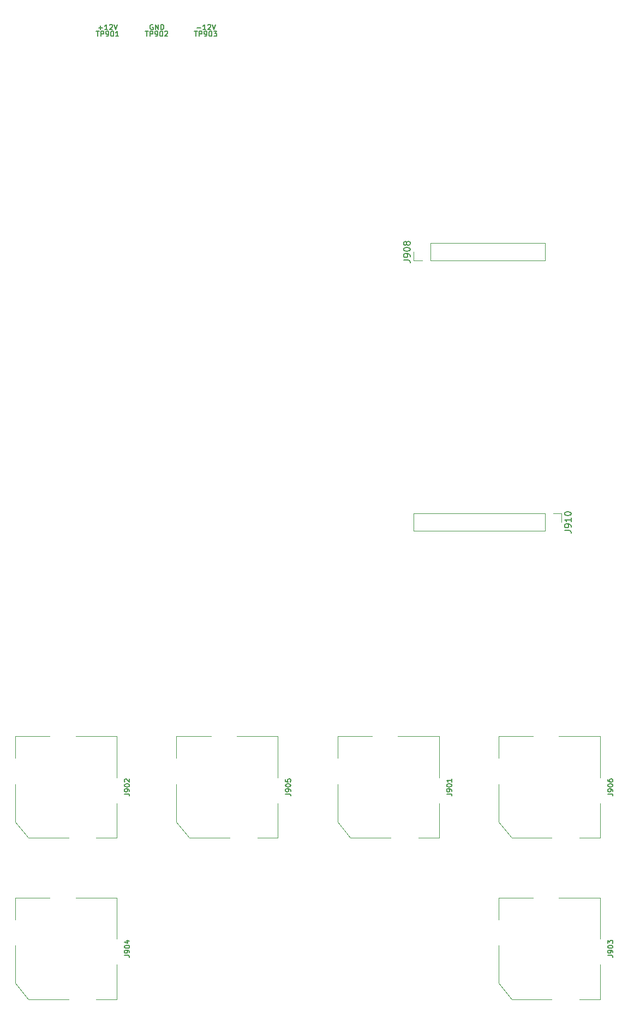
<source format=gto>
G04 #@! TF.GenerationSoftware,KiCad,Pcbnew,7.0.1-3b83917a11~172~ubuntu22.04.1*
G04 #@! TF.CreationDate,2023-04-04T20:15:36-04:00*
G04 #@! TF.ProjectId,springReverbRev2_BackPCB,73707269-6e67-4526-9576-657262526576,rev?*
G04 #@! TF.SameCoordinates,Original*
G04 #@! TF.FileFunction,Legend,Top*
G04 #@! TF.FilePolarity,Positive*
%FSLAX46Y46*%
G04 Gerber Fmt 4.6, Leading zero omitted, Abs format (unit mm)*
G04 Created by KiCad (PCBNEW 7.0.1-3b83917a11~172~ubuntu22.04.1) date 2023-04-04 20:15:36*
%MOMM*%
%LPD*%
G01*
G04 APERTURE LIST*
%ADD10C,0.150000*%
%ADD11C,0.120000*%
G04 APERTURE END LIST*
D10*
G04 #@! TO.C,J902*
X121570095Y-142778571D02*
X122141523Y-142778571D01*
X122141523Y-142778571D02*
X122255809Y-142816666D01*
X122255809Y-142816666D02*
X122332000Y-142892857D01*
X122332000Y-142892857D02*
X122370095Y-143007142D01*
X122370095Y-143007142D02*
X122370095Y-143083333D01*
X122370095Y-142359523D02*
X122370095Y-142207142D01*
X122370095Y-142207142D02*
X122332000Y-142130952D01*
X122332000Y-142130952D02*
X122293904Y-142092856D01*
X122293904Y-142092856D02*
X122179619Y-142016666D01*
X122179619Y-142016666D02*
X122027238Y-141978571D01*
X122027238Y-141978571D02*
X121722476Y-141978571D01*
X121722476Y-141978571D02*
X121646285Y-142016666D01*
X121646285Y-142016666D02*
X121608190Y-142054761D01*
X121608190Y-142054761D02*
X121570095Y-142130952D01*
X121570095Y-142130952D02*
X121570095Y-142283333D01*
X121570095Y-142283333D02*
X121608190Y-142359523D01*
X121608190Y-142359523D02*
X121646285Y-142397618D01*
X121646285Y-142397618D02*
X121722476Y-142435714D01*
X121722476Y-142435714D02*
X121912952Y-142435714D01*
X121912952Y-142435714D02*
X121989142Y-142397618D01*
X121989142Y-142397618D02*
X122027238Y-142359523D01*
X122027238Y-142359523D02*
X122065333Y-142283333D01*
X122065333Y-142283333D02*
X122065333Y-142130952D01*
X122065333Y-142130952D02*
X122027238Y-142054761D01*
X122027238Y-142054761D02*
X121989142Y-142016666D01*
X121989142Y-142016666D02*
X121912952Y-141978571D01*
X121570095Y-141483332D02*
X121570095Y-141407142D01*
X121570095Y-141407142D02*
X121608190Y-141330951D01*
X121608190Y-141330951D02*
X121646285Y-141292856D01*
X121646285Y-141292856D02*
X121722476Y-141254761D01*
X121722476Y-141254761D02*
X121874857Y-141216666D01*
X121874857Y-141216666D02*
X122065333Y-141216666D01*
X122065333Y-141216666D02*
X122217714Y-141254761D01*
X122217714Y-141254761D02*
X122293904Y-141292856D01*
X122293904Y-141292856D02*
X122332000Y-141330951D01*
X122332000Y-141330951D02*
X122370095Y-141407142D01*
X122370095Y-141407142D02*
X122370095Y-141483332D01*
X122370095Y-141483332D02*
X122332000Y-141559523D01*
X122332000Y-141559523D02*
X122293904Y-141597618D01*
X122293904Y-141597618D02*
X122217714Y-141635713D01*
X122217714Y-141635713D02*
X122065333Y-141673809D01*
X122065333Y-141673809D02*
X121874857Y-141673809D01*
X121874857Y-141673809D02*
X121722476Y-141635713D01*
X121722476Y-141635713D02*
X121646285Y-141597618D01*
X121646285Y-141597618D02*
X121608190Y-141559523D01*
X121608190Y-141559523D02*
X121570095Y-141483332D01*
X121646285Y-140911904D02*
X121608190Y-140873808D01*
X121608190Y-140873808D02*
X121570095Y-140797618D01*
X121570095Y-140797618D02*
X121570095Y-140607142D01*
X121570095Y-140607142D02*
X121608190Y-140530951D01*
X121608190Y-140530951D02*
X121646285Y-140492856D01*
X121646285Y-140492856D02*
X121722476Y-140454761D01*
X121722476Y-140454761D02*
X121798666Y-140454761D01*
X121798666Y-140454761D02*
X121912952Y-140492856D01*
X121912952Y-140492856D02*
X122370095Y-140949999D01*
X122370095Y-140949999D02*
X122370095Y-140454761D01*
G04 #@! TO.C,J905*
X146570095Y-142778571D02*
X147141523Y-142778571D01*
X147141523Y-142778571D02*
X147255809Y-142816666D01*
X147255809Y-142816666D02*
X147332000Y-142892857D01*
X147332000Y-142892857D02*
X147370095Y-143007142D01*
X147370095Y-143007142D02*
X147370095Y-143083333D01*
X147370095Y-142359523D02*
X147370095Y-142207142D01*
X147370095Y-142207142D02*
X147332000Y-142130952D01*
X147332000Y-142130952D02*
X147293904Y-142092856D01*
X147293904Y-142092856D02*
X147179619Y-142016666D01*
X147179619Y-142016666D02*
X147027238Y-141978571D01*
X147027238Y-141978571D02*
X146722476Y-141978571D01*
X146722476Y-141978571D02*
X146646285Y-142016666D01*
X146646285Y-142016666D02*
X146608190Y-142054761D01*
X146608190Y-142054761D02*
X146570095Y-142130952D01*
X146570095Y-142130952D02*
X146570095Y-142283333D01*
X146570095Y-142283333D02*
X146608190Y-142359523D01*
X146608190Y-142359523D02*
X146646285Y-142397618D01*
X146646285Y-142397618D02*
X146722476Y-142435714D01*
X146722476Y-142435714D02*
X146912952Y-142435714D01*
X146912952Y-142435714D02*
X146989142Y-142397618D01*
X146989142Y-142397618D02*
X147027238Y-142359523D01*
X147027238Y-142359523D02*
X147065333Y-142283333D01*
X147065333Y-142283333D02*
X147065333Y-142130952D01*
X147065333Y-142130952D02*
X147027238Y-142054761D01*
X147027238Y-142054761D02*
X146989142Y-142016666D01*
X146989142Y-142016666D02*
X146912952Y-141978571D01*
X146570095Y-141483332D02*
X146570095Y-141407142D01*
X146570095Y-141407142D02*
X146608190Y-141330951D01*
X146608190Y-141330951D02*
X146646285Y-141292856D01*
X146646285Y-141292856D02*
X146722476Y-141254761D01*
X146722476Y-141254761D02*
X146874857Y-141216666D01*
X146874857Y-141216666D02*
X147065333Y-141216666D01*
X147065333Y-141216666D02*
X147217714Y-141254761D01*
X147217714Y-141254761D02*
X147293904Y-141292856D01*
X147293904Y-141292856D02*
X147332000Y-141330951D01*
X147332000Y-141330951D02*
X147370095Y-141407142D01*
X147370095Y-141407142D02*
X147370095Y-141483332D01*
X147370095Y-141483332D02*
X147332000Y-141559523D01*
X147332000Y-141559523D02*
X147293904Y-141597618D01*
X147293904Y-141597618D02*
X147217714Y-141635713D01*
X147217714Y-141635713D02*
X147065333Y-141673809D01*
X147065333Y-141673809D02*
X146874857Y-141673809D01*
X146874857Y-141673809D02*
X146722476Y-141635713D01*
X146722476Y-141635713D02*
X146646285Y-141597618D01*
X146646285Y-141597618D02*
X146608190Y-141559523D01*
X146608190Y-141559523D02*
X146570095Y-141483332D01*
X146570095Y-140492856D02*
X146570095Y-140873808D01*
X146570095Y-140873808D02*
X146951047Y-140911904D01*
X146951047Y-140911904D02*
X146912952Y-140873808D01*
X146912952Y-140873808D02*
X146874857Y-140797618D01*
X146874857Y-140797618D02*
X146874857Y-140607142D01*
X146874857Y-140607142D02*
X146912952Y-140530951D01*
X146912952Y-140530951D02*
X146951047Y-140492856D01*
X146951047Y-140492856D02*
X147027238Y-140454761D01*
X147027238Y-140454761D02*
X147217714Y-140454761D01*
X147217714Y-140454761D02*
X147293904Y-140492856D01*
X147293904Y-140492856D02*
X147332000Y-140530951D01*
X147332000Y-140530951D02*
X147370095Y-140607142D01*
X147370095Y-140607142D02*
X147370095Y-140797618D01*
X147370095Y-140797618D02*
X147332000Y-140873808D01*
X147332000Y-140873808D02*
X147293904Y-140911904D01*
G04 #@! TO.C,J901*
X171570095Y-142778571D02*
X172141523Y-142778571D01*
X172141523Y-142778571D02*
X172255809Y-142816666D01*
X172255809Y-142816666D02*
X172332000Y-142892857D01*
X172332000Y-142892857D02*
X172370095Y-143007142D01*
X172370095Y-143007142D02*
X172370095Y-143083333D01*
X172370095Y-142359523D02*
X172370095Y-142207142D01*
X172370095Y-142207142D02*
X172332000Y-142130952D01*
X172332000Y-142130952D02*
X172293904Y-142092856D01*
X172293904Y-142092856D02*
X172179619Y-142016666D01*
X172179619Y-142016666D02*
X172027238Y-141978571D01*
X172027238Y-141978571D02*
X171722476Y-141978571D01*
X171722476Y-141978571D02*
X171646285Y-142016666D01*
X171646285Y-142016666D02*
X171608190Y-142054761D01*
X171608190Y-142054761D02*
X171570095Y-142130952D01*
X171570095Y-142130952D02*
X171570095Y-142283333D01*
X171570095Y-142283333D02*
X171608190Y-142359523D01*
X171608190Y-142359523D02*
X171646285Y-142397618D01*
X171646285Y-142397618D02*
X171722476Y-142435714D01*
X171722476Y-142435714D02*
X171912952Y-142435714D01*
X171912952Y-142435714D02*
X171989142Y-142397618D01*
X171989142Y-142397618D02*
X172027238Y-142359523D01*
X172027238Y-142359523D02*
X172065333Y-142283333D01*
X172065333Y-142283333D02*
X172065333Y-142130952D01*
X172065333Y-142130952D02*
X172027238Y-142054761D01*
X172027238Y-142054761D02*
X171989142Y-142016666D01*
X171989142Y-142016666D02*
X171912952Y-141978571D01*
X171570095Y-141483332D02*
X171570095Y-141407142D01*
X171570095Y-141407142D02*
X171608190Y-141330951D01*
X171608190Y-141330951D02*
X171646285Y-141292856D01*
X171646285Y-141292856D02*
X171722476Y-141254761D01*
X171722476Y-141254761D02*
X171874857Y-141216666D01*
X171874857Y-141216666D02*
X172065333Y-141216666D01*
X172065333Y-141216666D02*
X172217714Y-141254761D01*
X172217714Y-141254761D02*
X172293904Y-141292856D01*
X172293904Y-141292856D02*
X172332000Y-141330951D01*
X172332000Y-141330951D02*
X172370095Y-141407142D01*
X172370095Y-141407142D02*
X172370095Y-141483332D01*
X172370095Y-141483332D02*
X172332000Y-141559523D01*
X172332000Y-141559523D02*
X172293904Y-141597618D01*
X172293904Y-141597618D02*
X172217714Y-141635713D01*
X172217714Y-141635713D02*
X172065333Y-141673809D01*
X172065333Y-141673809D02*
X171874857Y-141673809D01*
X171874857Y-141673809D02*
X171722476Y-141635713D01*
X171722476Y-141635713D02*
X171646285Y-141597618D01*
X171646285Y-141597618D02*
X171608190Y-141559523D01*
X171608190Y-141559523D02*
X171570095Y-141483332D01*
X172370095Y-140454761D02*
X172370095Y-140911904D01*
X172370095Y-140683332D02*
X171570095Y-140683332D01*
X171570095Y-140683332D02*
X171684380Y-140759523D01*
X171684380Y-140759523D02*
X171760571Y-140835713D01*
X171760571Y-140835713D02*
X171798666Y-140911904D01*
G04 #@! TO.C,J904*
X121570095Y-167778571D02*
X122141523Y-167778571D01*
X122141523Y-167778571D02*
X122255809Y-167816666D01*
X122255809Y-167816666D02*
X122332000Y-167892857D01*
X122332000Y-167892857D02*
X122370095Y-168007142D01*
X122370095Y-168007142D02*
X122370095Y-168083333D01*
X122370095Y-167359523D02*
X122370095Y-167207142D01*
X122370095Y-167207142D02*
X122332000Y-167130952D01*
X122332000Y-167130952D02*
X122293904Y-167092856D01*
X122293904Y-167092856D02*
X122179619Y-167016666D01*
X122179619Y-167016666D02*
X122027238Y-166978571D01*
X122027238Y-166978571D02*
X121722476Y-166978571D01*
X121722476Y-166978571D02*
X121646285Y-167016666D01*
X121646285Y-167016666D02*
X121608190Y-167054761D01*
X121608190Y-167054761D02*
X121570095Y-167130952D01*
X121570095Y-167130952D02*
X121570095Y-167283333D01*
X121570095Y-167283333D02*
X121608190Y-167359523D01*
X121608190Y-167359523D02*
X121646285Y-167397618D01*
X121646285Y-167397618D02*
X121722476Y-167435714D01*
X121722476Y-167435714D02*
X121912952Y-167435714D01*
X121912952Y-167435714D02*
X121989142Y-167397618D01*
X121989142Y-167397618D02*
X122027238Y-167359523D01*
X122027238Y-167359523D02*
X122065333Y-167283333D01*
X122065333Y-167283333D02*
X122065333Y-167130952D01*
X122065333Y-167130952D02*
X122027238Y-167054761D01*
X122027238Y-167054761D02*
X121989142Y-167016666D01*
X121989142Y-167016666D02*
X121912952Y-166978571D01*
X121570095Y-166483332D02*
X121570095Y-166407142D01*
X121570095Y-166407142D02*
X121608190Y-166330951D01*
X121608190Y-166330951D02*
X121646285Y-166292856D01*
X121646285Y-166292856D02*
X121722476Y-166254761D01*
X121722476Y-166254761D02*
X121874857Y-166216666D01*
X121874857Y-166216666D02*
X122065333Y-166216666D01*
X122065333Y-166216666D02*
X122217714Y-166254761D01*
X122217714Y-166254761D02*
X122293904Y-166292856D01*
X122293904Y-166292856D02*
X122332000Y-166330951D01*
X122332000Y-166330951D02*
X122370095Y-166407142D01*
X122370095Y-166407142D02*
X122370095Y-166483332D01*
X122370095Y-166483332D02*
X122332000Y-166559523D01*
X122332000Y-166559523D02*
X122293904Y-166597618D01*
X122293904Y-166597618D02*
X122217714Y-166635713D01*
X122217714Y-166635713D02*
X122065333Y-166673809D01*
X122065333Y-166673809D02*
X121874857Y-166673809D01*
X121874857Y-166673809D02*
X121722476Y-166635713D01*
X121722476Y-166635713D02*
X121646285Y-166597618D01*
X121646285Y-166597618D02*
X121608190Y-166559523D01*
X121608190Y-166559523D02*
X121570095Y-166483332D01*
X121836761Y-165530951D02*
X122370095Y-165530951D01*
X121532000Y-165721427D02*
X122103428Y-165911904D01*
X122103428Y-165911904D02*
X122103428Y-165416665D01*
G04 #@! TO.C,J903*
X196570095Y-167778571D02*
X197141523Y-167778571D01*
X197141523Y-167778571D02*
X197255809Y-167816666D01*
X197255809Y-167816666D02*
X197332000Y-167892857D01*
X197332000Y-167892857D02*
X197370095Y-168007142D01*
X197370095Y-168007142D02*
X197370095Y-168083333D01*
X197370095Y-167359523D02*
X197370095Y-167207142D01*
X197370095Y-167207142D02*
X197332000Y-167130952D01*
X197332000Y-167130952D02*
X197293904Y-167092856D01*
X197293904Y-167092856D02*
X197179619Y-167016666D01*
X197179619Y-167016666D02*
X197027238Y-166978571D01*
X197027238Y-166978571D02*
X196722476Y-166978571D01*
X196722476Y-166978571D02*
X196646285Y-167016666D01*
X196646285Y-167016666D02*
X196608190Y-167054761D01*
X196608190Y-167054761D02*
X196570095Y-167130952D01*
X196570095Y-167130952D02*
X196570095Y-167283333D01*
X196570095Y-167283333D02*
X196608190Y-167359523D01*
X196608190Y-167359523D02*
X196646285Y-167397618D01*
X196646285Y-167397618D02*
X196722476Y-167435714D01*
X196722476Y-167435714D02*
X196912952Y-167435714D01*
X196912952Y-167435714D02*
X196989142Y-167397618D01*
X196989142Y-167397618D02*
X197027238Y-167359523D01*
X197027238Y-167359523D02*
X197065333Y-167283333D01*
X197065333Y-167283333D02*
X197065333Y-167130952D01*
X197065333Y-167130952D02*
X197027238Y-167054761D01*
X197027238Y-167054761D02*
X196989142Y-167016666D01*
X196989142Y-167016666D02*
X196912952Y-166978571D01*
X196570095Y-166483332D02*
X196570095Y-166407142D01*
X196570095Y-166407142D02*
X196608190Y-166330951D01*
X196608190Y-166330951D02*
X196646285Y-166292856D01*
X196646285Y-166292856D02*
X196722476Y-166254761D01*
X196722476Y-166254761D02*
X196874857Y-166216666D01*
X196874857Y-166216666D02*
X197065333Y-166216666D01*
X197065333Y-166216666D02*
X197217714Y-166254761D01*
X197217714Y-166254761D02*
X197293904Y-166292856D01*
X197293904Y-166292856D02*
X197332000Y-166330951D01*
X197332000Y-166330951D02*
X197370095Y-166407142D01*
X197370095Y-166407142D02*
X197370095Y-166483332D01*
X197370095Y-166483332D02*
X197332000Y-166559523D01*
X197332000Y-166559523D02*
X197293904Y-166597618D01*
X197293904Y-166597618D02*
X197217714Y-166635713D01*
X197217714Y-166635713D02*
X197065333Y-166673809D01*
X197065333Y-166673809D02*
X196874857Y-166673809D01*
X196874857Y-166673809D02*
X196722476Y-166635713D01*
X196722476Y-166635713D02*
X196646285Y-166597618D01*
X196646285Y-166597618D02*
X196608190Y-166559523D01*
X196608190Y-166559523D02*
X196570095Y-166483332D01*
X196570095Y-165949999D02*
X196570095Y-165454761D01*
X196570095Y-165454761D02*
X196874857Y-165721427D01*
X196874857Y-165721427D02*
X196874857Y-165607142D01*
X196874857Y-165607142D02*
X196912952Y-165530951D01*
X196912952Y-165530951D02*
X196951047Y-165492856D01*
X196951047Y-165492856D02*
X197027238Y-165454761D01*
X197027238Y-165454761D02*
X197217714Y-165454761D01*
X197217714Y-165454761D02*
X197293904Y-165492856D01*
X197293904Y-165492856D02*
X197332000Y-165530951D01*
X197332000Y-165530951D02*
X197370095Y-165607142D01*
X197370095Y-165607142D02*
X197370095Y-165835713D01*
X197370095Y-165835713D02*
X197332000Y-165911904D01*
X197332000Y-165911904D02*
X197293904Y-165949999D01*
G04 #@! TO.C,J908*
X164912619Y-60015714D02*
X165626904Y-60015714D01*
X165626904Y-60015714D02*
X165769761Y-60063333D01*
X165769761Y-60063333D02*
X165865000Y-60158571D01*
X165865000Y-60158571D02*
X165912619Y-60301428D01*
X165912619Y-60301428D02*
X165912619Y-60396666D01*
X165912619Y-59491904D02*
X165912619Y-59301428D01*
X165912619Y-59301428D02*
X165865000Y-59206190D01*
X165865000Y-59206190D02*
X165817380Y-59158571D01*
X165817380Y-59158571D02*
X165674523Y-59063333D01*
X165674523Y-59063333D02*
X165484047Y-59015714D01*
X165484047Y-59015714D02*
X165103095Y-59015714D01*
X165103095Y-59015714D02*
X165007857Y-59063333D01*
X165007857Y-59063333D02*
X164960238Y-59110952D01*
X164960238Y-59110952D02*
X164912619Y-59206190D01*
X164912619Y-59206190D02*
X164912619Y-59396666D01*
X164912619Y-59396666D02*
X164960238Y-59491904D01*
X164960238Y-59491904D02*
X165007857Y-59539523D01*
X165007857Y-59539523D02*
X165103095Y-59587142D01*
X165103095Y-59587142D02*
X165341190Y-59587142D01*
X165341190Y-59587142D02*
X165436428Y-59539523D01*
X165436428Y-59539523D02*
X165484047Y-59491904D01*
X165484047Y-59491904D02*
X165531666Y-59396666D01*
X165531666Y-59396666D02*
X165531666Y-59206190D01*
X165531666Y-59206190D02*
X165484047Y-59110952D01*
X165484047Y-59110952D02*
X165436428Y-59063333D01*
X165436428Y-59063333D02*
X165341190Y-59015714D01*
X164912619Y-58396666D02*
X164912619Y-58301428D01*
X164912619Y-58301428D02*
X164960238Y-58206190D01*
X164960238Y-58206190D02*
X165007857Y-58158571D01*
X165007857Y-58158571D02*
X165103095Y-58110952D01*
X165103095Y-58110952D02*
X165293571Y-58063333D01*
X165293571Y-58063333D02*
X165531666Y-58063333D01*
X165531666Y-58063333D02*
X165722142Y-58110952D01*
X165722142Y-58110952D02*
X165817380Y-58158571D01*
X165817380Y-58158571D02*
X165865000Y-58206190D01*
X165865000Y-58206190D02*
X165912619Y-58301428D01*
X165912619Y-58301428D02*
X165912619Y-58396666D01*
X165912619Y-58396666D02*
X165865000Y-58491904D01*
X165865000Y-58491904D02*
X165817380Y-58539523D01*
X165817380Y-58539523D02*
X165722142Y-58587142D01*
X165722142Y-58587142D02*
X165531666Y-58634761D01*
X165531666Y-58634761D02*
X165293571Y-58634761D01*
X165293571Y-58634761D02*
X165103095Y-58587142D01*
X165103095Y-58587142D02*
X165007857Y-58539523D01*
X165007857Y-58539523D02*
X164960238Y-58491904D01*
X164960238Y-58491904D02*
X164912619Y-58396666D01*
X165341190Y-57491904D02*
X165293571Y-57587142D01*
X165293571Y-57587142D02*
X165245952Y-57634761D01*
X165245952Y-57634761D02*
X165150714Y-57682380D01*
X165150714Y-57682380D02*
X165103095Y-57682380D01*
X165103095Y-57682380D02*
X165007857Y-57634761D01*
X165007857Y-57634761D02*
X164960238Y-57587142D01*
X164960238Y-57587142D02*
X164912619Y-57491904D01*
X164912619Y-57491904D02*
X164912619Y-57301428D01*
X164912619Y-57301428D02*
X164960238Y-57206190D01*
X164960238Y-57206190D02*
X165007857Y-57158571D01*
X165007857Y-57158571D02*
X165103095Y-57110952D01*
X165103095Y-57110952D02*
X165150714Y-57110952D01*
X165150714Y-57110952D02*
X165245952Y-57158571D01*
X165245952Y-57158571D02*
X165293571Y-57206190D01*
X165293571Y-57206190D02*
X165341190Y-57301428D01*
X165341190Y-57301428D02*
X165341190Y-57491904D01*
X165341190Y-57491904D02*
X165388809Y-57587142D01*
X165388809Y-57587142D02*
X165436428Y-57634761D01*
X165436428Y-57634761D02*
X165531666Y-57682380D01*
X165531666Y-57682380D02*
X165722142Y-57682380D01*
X165722142Y-57682380D02*
X165817380Y-57634761D01*
X165817380Y-57634761D02*
X165865000Y-57587142D01*
X165865000Y-57587142D02*
X165912619Y-57491904D01*
X165912619Y-57491904D02*
X165912619Y-57301428D01*
X165912619Y-57301428D02*
X165865000Y-57206190D01*
X165865000Y-57206190D02*
X165817380Y-57158571D01*
X165817380Y-57158571D02*
X165722142Y-57110952D01*
X165722142Y-57110952D02*
X165531666Y-57110952D01*
X165531666Y-57110952D02*
X165436428Y-57158571D01*
X165436428Y-57158571D02*
X165388809Y-57206190D01*
X165388809Y-57206190D02*
X165341190Y-57301428D01*
G04 #@! TO.C,J906*
X196570095Y-142778571D02*
X197141523Y-142778571D01*
X197141523Y-142778571D02*
X197255809Y-142816666D01*
X197255809Y-142816666D02*
X197332000Y-142892857D01*
X197332000Y-142892857D02*
X197370095Y-143007142D01*
X197370095Y-143007142D02*
X197370095Y-143083333D01*
X197370095Y-142359523D02*
X197370095Y-142207142D01*
X197370095Y-142207142D02*
X197332000Y-142130952D01*
X197332000Y-142130952D02*
X197293904Y-142092856D01*
X197293904Y-142092856D02*
X197179619Y-142016666D01*
X197179619Y-142016666D02*
X197027238Y-141978571D01*
X197027238Y-141978571D02*
X196722476Y-141978571D01*
X196722476Y-141978571D02*
X196646285Y-142016666D01*
X196646285Y-142016666D02*
X196608190Y-142054761D01*
X196608190Y-142054761D02*
X196570095Y-142130952D01*
X196570095Y-142130952D02*
X196570095Y-142283333D01*
X196570095Y-142283333D02*
X196608190Y-142359523D01*
X196608190Y-142359523D02*
X196646285Y-142397618D01*
X196646285Y-142397618D02*
X196722476Y-142435714D01*
X196722476Y-142435714D02*
X196912952Y-142435714D01*
X196912952Y-142435714D02*
X196989142Y-142397618D01*
X196989142Y-142397618D02*
X197027238Y-142359523D01*
X197027238Y-142359523D02*
X197065333Y-142283333D01*
X197065333Y-142283333D02*
X197065333Y-142130952D01*
X197065333Y-142130952D02*
X197027238Y-142054761D01*
X197027238Y-142054761D02*
X196989142Y-142016666D01*
X196989142Y-142016666D02*
X196912952Y-141978571D01*
X196570095Y-141483332D02*
X196570095Y-141407142D01*
X196570095Y-141407142D02*
X196608190Y-141330951D01*
X196608190Y-141330951D02*
X196646285Y-141292856D01*
X196646285Y-141292856D02*
X196722476Y-141254761D01*
X196722476Y-141254761D02*
X196874857Y-141216666D01*
X196874857Y-141216666D02*
X197065333Y-141216666D01*
X197065333Y-141216666D02*
X197217714Y-141254761D01*
X197217714Y-141254761D02*
X197293904Y-141292856D01*
X197293904Y-141292856D02*
X197332000Y-141330951D01*
X197332000Y-141330951D02*
X197370095Y-141407142D01*
X197370095Y-141407142D02*
X197370095Y-141483332D01*
X197370095Y-141483332D02*
X197332000Y-141559523D01*
X197332000Y-141559523D02*
X197293904Y-141597618D01*
X197293904Y-141597618D02*
X197217714Y-141635713D01*
X197217714Y-141635713D02*
X197065333Y-141673809D01*
X197065333Y-141673809D02*
X196874857Y-141673809D01*
X196874857Y-141673809D02*
X196722476Y-141635713D01*
X196722476Y-141635713D02*
X196646285Y-141597618D01*
X196646285Y-141597618D02*
X196608190Y-141559523D01*
X196608190Y-141559523D02*
X196570095Y-141483332D01*
X196570095Y-140530951D02*
X196570095Y-140683332D01*
X196570095Y-140683332D02*
X196608190Y-140759523D01*
X196608190Y-140759523D02*
X196646285Y-140797618D01*
X196646285Y-140797618D02*
X196760571Y-140873808D01*
X196760571Y-140873808D02*
X196912952Y-140911904D01*
X196912952Y-140911904D02*
X197217714Y-140911904D01*
X197217714Y-140911904D02*
X197293904Y-140873808D01*
X197293904Y-140873808D02*
X197332000Y-140835713D01*
X197332000Y-140835713D02*
X197370095Y-140759523D01*
X197370095Y-140759523D02*
X197370095Y-140607142D01*
X197370095Y-140607142D02*
X197332000Y-140530951D01*
X197332000Y-140530951D02*
X197293904Y-140492856D01*
X197293904Y-140492856D02*
X197217714Y-140454761D01*
X197217714Y-140454761D02*
X197027238Y-140454761D01*
X197027238Y-140454761D02*
X196951047Y-140492856D01*
X196951047Y-140492856D02*
X196912952Y-140530951D01*
X196912952Y-140530951D02*
X196874857Y-140607142D01*
X196874857Y-140607142D02*
X196874857Y-140759523D01*
X196874857Y-140759523D02*
X196912952Y-140835713D01*
X196912952Y-140835713D02*
X196951047Y-140873808D01*
X196951047Y-140873808D02*
X197027238Y-140911904D01*
G04 #@! TO.C,J910*
X189892619Y-101925714D02*
X190606904Y-101925714D01*
X190606904Y-101925714D02*
X190749761Y-101973333D01*
X190749761Y-101973333D02*
X190845000Y-102068571D01*
X190845000Y-102068571D02*
X190892619Y-102211428D01*
X190892619Y-102211428D02*
X190892619Y-102306666D01*
X190892619Y-101401904D02*
X190892619Y-101211428D01*
X190892619Y-101211428D02*
X190845000Y-101116190D01*
X190845000Y-101116190D02*
X190797380Y-101068571D01*
X190797380Y-101068571D02*
X190654523Y-100973333D01*
X190654523Y-100973333D02*
X190464047Y-100925714D01*
X190464047Y-100925714D02*
X190083095Y-100925714D01*
X190083095Y-100925714D02*
X189987857Y-100973333D01*
X189987857Y-100973333D02*
X189940238Y-101020952D01*
X189940238Y-101020952D02*
X189892619Y-101116190D01*
X189892619Y-101116190D02*
X189892619Y-101306666D01*
X189892619Y-101306666D02*
X189940238Y-101401904D01*
X189940238Y-101401904D02*
X189987857Y-101449523D01*
X189987857Y-101449523D02*
X190083095Y-101497142D01*
X190083095Y-101497142D02*
X190321190Y-101497142D01*
X190321190Y-101497142D02*
X190416428Y-101449523D01*
X190416428Y-101449523D02*
X190464047Y-101401904D01*
X190464047Y-101401904D02*
X190511666Y-101306666D01*
X190511666Y-101306666D02*
X190511666Y-101116190D01*
X190511666Y-101116190D02*
X190464047Y-101020952D01*
X190464047Y-101020952D02*
X190416428Y-100973333D01*
X190416428Y-100973333D02*
X190321190Y-100925714D01*
X190892619Y-99973333D02*
X190892619Y-100544761D01*
X190892619Y-100259047D02*
X189892619Y-100259047D01*
X189892619Y-100259047D02*
X190035476Y-100354285D01*
X190035476Y-100354285D02*
X190130714Y-100449523D01*
X190130714Y-100449523D02*
X190178333Y-100544761D01*
X189892619Y-99354285D02*
X189892619Y-99259047D01*
X189892619Y-99259047D02*
X189940238Y-99163809D01*
X189940238Y-99163809D02*
X189987857Y-99116190D01*
X189987857Y-99116190D02*
X190083095Y-99068571D01*
X190083095Y-99068571D02*
X190273571Y-99020952D01*
X190273571Y-99020952D02*
X190511666Y-99020952D01*
X190511666Y-99020952D02*
X190702142Y-99068571D01*
X190702142Y-99068571D02*
X190797380Y-99116190D01*
X190797380Y-99116190D02*
X190845000Y-99163809D01*
X190845000Y-99163809D02*
X190892619Y-99259047D01*
X190892619Y-99259047D02*
X190892619Y-99354285D01*
X190892619Y-99354285D02*
X190845000Y-99449523D01*
X190845000Y-99449523D02*
X190797380Y-99497142D01*
X190797380Y-99497142D02*
X190702142Y-99544761D01*
X190702142Y-99544761D02*
X190511666Y-99592380D01*
X190511666Y-99592380D02*
X190273571Y-99592380D01*
X190273571Y-99592380D02*
X190083095Y-99544761D01*
X190083095Y-99544761D02*
X189987857Y-99497142D01*
X189987857Y-99497142D02*
X189940238Y-99449523D01*
X189940238Y-99449523D02*
X189892619Y-99354285D01*
G04 #@! TO.C,TP903*
X132810476Y-23997333D02*
X133420000Y-23997333D01*
X134219999Y-24302095D02*
X133762856Y-24302095D01*
X133991428Y-24302095D02*
X133991428Y-23502095D01*
X133991428Y-23502095D02*
X133915237Y-23616380D01*
X133915237Y-23616380D02*
X133839047Y-23692571D01*
X133839047Y-23692571D02*
X133762856Y-23730666D01*
X134524761Y-23578285D02*
X134562857Y-23540190D01*
X134562857Y-23540190D02*
X134639047Y-23502095D01*
X134639047Y-23502095D02*
X134829523Y-23502095D01*
X134829523Y-23502095D02*
X134905714Y-23540190D01*
X134905714Y-23540190D02*
X134943809Y-23578285D01*
X134943809Y-23578285D02*
X134981904Y-23654476D01*
X134981904Y-23654476D02*
X134981904Y-23730666D01*
X134981904Y-23730666D02*
X134943809Y-23844952D01*
X134943809Y-23844952D02*
X134486666Y-24302095D01*
X134486666Y-24302095D02*
X134981904Y-24302095D01*
X135210476Y-23502095D02*
X135477143Y-24302095D01*
X135477143Y-24302095D02*
X135743809Y-23502095D01*
X132448571Y-24518095D02*
X132905714Y-24518095D01*
X132677142Y-25318095D02*
X132677142Y-24518095D01*
X133172381Y-25318095D02*
X133172381Y-24518095D01*
X133172381Y-24518095D02*
X133477143Y-24518095D01*
X133477143Y-24518095D02*
X133553333Y-24556190D01*
X133553333Y-24556190D02*
X133591428Y-24594285D01*
X133591428Y-24594285D02*
X133629524Y-24670476D01*
X133629524Y-24670476D02*
X133629524Y-24784761D01*
X133629524Y-24784761D02*
X133591428Y-24860952D01*
X133591428Y-24860952D02*
X133553333Y-24899047D01*
X133553333Y-24899047D02*
X133477143Y-24937142D01*
X133477143Y-24937142D02*
X133172381Y-24937142D01*
X134010476Y-25318095D02*
X134162857Y-25318095D01*
X134162857Y-25318095D02*
X134239047Y-25280000D01*
X134239047Y-25280000D02*
X134277143Y-25241904D01*
X134277143Y-25241904D02*
X134353333Y-25127619D01*
X134353333Y-25127619D02*
X134391428Y-24975238D01*
X134391428Y-24975238D02*
X134391428Y-24670476D01*
X134391428Y-24670476D02*
X134353333Y-24594285D01*
X134353333Y-24594285D02*
X134315238Y-24556190D01*
X134315238Y-24556190D02*
X134239047Y-24518095D01*
X134239047Y-24518095D02*
X134086666Y-24518095D01*
X134086666Y-24518095D02*
X134010476Y-24556190D01*
X134010476Y-24556190D02*
X133972381Y-24594285D01*
X133972381Y-24594285D02*
X133934285Y-24670476D01*
X133934285Y-24670476D02*
X133934285Y-24860952D01*
X133934285Y-24860952D02*
X133972381Y-24937142D01*
X133972381Y-24937142D02*
X134010476Y-24975238D01*
X134010476Y-24975238D02*
X134086666Y-25013333D01*
X134086666Y-25013333D02*
X134239047Y-25013333D01*
X134239047Y-25013333D02*
X134315238Y-24975238D01*
X134315238Y-24975238D02*
X134353333Y-24937142D01*
X134353333Y-24937142D02*
X134391428Y-24860952D01*
X134886667Y-24518095D02*
X134962857Y-24518095D01*
X134962857Y-24518095D02*
X135039048Y-24556190D01*
X135039048Y-24556190D02*
X135077143Y-24594285D01*
X135077143Y-24594285D02*
X135115238Y-24670476D01*
X135115238Y-24670476D02*
X135153333Y-24822857D01*
X135153333Y-24822857D02*
X135153333Y-25013333D01*
X135153333Y-25013333D02*
X135115238Y-25165714D01*
X135115238Y-25165714D02*
X135077143Y-25241904D01*
X135077143Y-25241904D02*
X135039048Y-25280000D01*
X135039048Y-25280000D02*
X134962857Y-25318095D01*
X134962857Y-25318095D02*
X134886667Y-25318095D01*
X134886667Y-25318095D02*
X134810476Y-25280000D01*
X134810476Y-25280000D02*
X134772381Y-25241904D01*
X134772381Y-25241904D02*
X134734286Y-25165714D01*
X134734286Y-25165714D02*
X134696190Y-25013333D01*
X134696190Y-25013333D02*
X134696190Y-24822857D01*
X134696190Y-24822857D02*
X134734286Y-24670476D01*
X134734286Y-24670476D02*
X134772381Y-24594285D01*
X134772381Y-24594285D02*
X134810476Y-24556190D01*
X134810476Y-24556190D02*
X134886667Y-24518095D01*
X135420000Y-24518095D02*
X135915238Y-24518095D01*
X135915238Y-24518095D02*
X135648572Y-24822857D01*
X135648572Y-24822857D02*
X135762857Y-24822857D01*
X135762857Y-24822857D02*
X135839048Y-24860952D01*
X135839048Y-24860952D02*
X135877143Y-24899047D01*
X135877143Y-24899047D02*
X135915238Y-24975238D01*
X135915238Y-24975238D02*
X135915238Y-25165714D01*
X135915238Y-25165714D02*
X135877143Y-25241904D01*
X135877143Y-25241904D02*
X135839048Y-25280000D01*
X135839048Y-25280000D02*
X135762857Y-25318095D01*
X135762857Y-25318095D02*
X135534286Y-25318095D01*
X135534286Y-25318095D02*
X135458095Y-25280000D01*
X135458095Y-25280000D02*
X135420000Y-25241904D01*
G04 #@! TO.C,TP902*
X124828571Y-24518095D02*
X125285714Y-24518095D01*
X125057142Y-25318095D02*
X125057142Y-24518095D01*
X125552381Y-25318095D02*
X125552381Y-24518095D01*
X125552381Y-24518095D02*
X125857143Y-24518095D01*
X125857143Y-24518095D02*
X125933333Y-24556190D01*
X125933333Y-24556190D02*
X125971428Y-24594285D01*
X125971428Y-24594285D02*
X126009524Y-24670476D01*
X126009524Y-24670476D02*
X126009524Y-24784761D01*
X126009524Y-24784761D02*
X125971428Y-24860952D01*
X125971428Y-24860952D02*
X125933333Y-24899047D01*
X125933333Y-24899047D02*
X125857143Y-24937142D01*
X125857143Y-24937142D02*
X125552381Y-24937142D01*
X126390476Y-25318095D02*
X126542857Y-25318095D01*
X126542857Y-25318095D02*
X126619047Y-25280000D01*
X126619047Y-25280000D02*
X126657143Y-25241904D01*
X126657143Y-25241904D02*
X126733333Y-25127619D01*
X126733333Y-25127619D02*
X126771428Y-24975238D01*
X126771428Y-24975238D02*
X126771428Y-24670476D01*
X126771428Y-24670476D02*
X126733333Y-24594285D01*
X126733333Y-24594285D02*
X126695238Y-24556190D01*
X126695238Y-24556190D02*
X126619047Y-24518095D01*
X126619047Y-24518095D02*
X126466666Y-24518095D01*
X126466666Y-24518095D02*
X126390476Y-24556190D01*
X126390476Y-24556190D02*
X126352381Y-24594285D01*
X126352381Y-24594285D02*
X126314285Y-24670476D01*
X126314285Y-24670476D02*
X126314285Y-24860952D01*
X126314285Y-24860952D02*
X126352381Y-24937142D01*
X126352381Y-24937142D02*
X126390476Y-24975238D01*
X126390476Y-24975238D02*
X126466666Y-25013333D01*
X126466666Y-25013333D02*
X126619047Y-25013333D01*
X126619047Y-25013333D02*
X126695238Y-24975238D01*
X126695238Y-24975238D02*
X126733333Y-24937142D01*
X126733333Y-24937142D02*
X126771428Y-24860952D01*
X127266667Y-24518095D02*
X127342857Y-24518095D01*
X127342857Y-24518095D02*
X127419048Y-24556190D01*
X127419048Y-24556190D02*
X127457143Y-24594285D01*
X127457143Y-24594285D02*
X127495238Y-24670476D01*
X127495238Y-24670476D02*
X127533333Y-24822857D01*
X127533333Y-24822857D02*
X127533333Y-25013333D01*
X127533333Y-25013333D02*
X127495238Y-25165714D01*
X127495238Y-25165714D02*
X127457143Y-25241904D01*
X127457143Y-25241904D02*
X127419048Y-25280000D01*
X127419048Y-25280000D02*
X127342857Y-25318095D01*
X127342857Y-25318095D02*
X127266667Y-25318095D01*
X127266667Y-25318095D02*
X127190476Y-25280000D01*
X127190476Y-25280000D02*
X127152381Y-25241904D01*
X127152381Y-25241904D02*
X127114286Y-25165714D01*
X127114286Y-25165714D02*
X127076190Y-25013333D01*
X127076190Y-25013333D02*
X127076190Y-24822857D01*
X127076190Y-24822857D02*
X127114286Y-24670476D01*
X127114286Y-24670476D02*
X127152381Y-24594285D01*
X127152381Y-24594285D02*
X127190476Y-24556190D01*
X127190476Y-24556190D02*
X127266667Y-24518095D01*
X127838095Y-24594285D02*
X127876191Y-24556190D01*
X127876191Y-24556190D02*
X127952381Y-24518095D01*
X127952381Y-24518095D02*
X128142857Y-24518095D01*
X128142857Y-24518095D02*
X128219048Y-24556190D01*
X128219048Y-24556190D02*
X128257143Y-24594285D01*
X128257143Y-24594285D02*
X128295238Y-24670476D01*
X128295238Y-24670476D02*
X128295238Y-24746666D01*
X128295238Y-24746666D02*
X128257143Y-24860952D01*
X128257143Y-24860952D02*
X127800000Y-25318095D01*
X127800000Y-25318095D02*
X128295238Y-25318095D01*
X125990476Y-23540190D02*
X125914286Y-23502095D01*
X125914286Y-23502095D02*
X125800000Y-23502095D01*
X125800000Y-23502095D02*
X125685714Y-23540190D01*
X125685714Y-23540190D02*
X125609524Y-23616380D01*
X125609524Y-23616380D02*
X125571429Y-23692571D01*
X125571429Y-23692571D02*
X125533333Y-23844952D01*
X125533333Y-23844952D02*
X125533333Y-23959238D01*
X125533333Y-23959238D02*
X125571429Y-24111619D01*
X125571429Y-24111619D02*
X125609524Y-24187809D01*
X125609524Y-24187809D02*
X125685714Y-24264000D01*
X125685714Y-24264000D02*
X125800000Y-24302095D01*
X125800000Y-24302095D02*
X125876191Y-24302095D01*
X125876191Y-24302095D02*
X125990476Y-24264000D01*
X125990476Y-24264000D02*
X126028572Y-24225904D01*
X126028572Y-24225904D02*
X126028572Y-23959238D01*
X126028572Y-23959238D02*
X125876191Y-23959238D01*
X126371429Y-24302095D02*
X126371429Y-23502095D01*
X126371429Y-23502095D02*
X126828572Y-24302095D01*
X126828572Y-24302095D02*
X126828572Y-23502095D01*
X127209524Y-24302095D02*
X127209524Y-23502095D01*
X127209524Y-23502095D02*
X127400000Y-23502095D01*
X127400000Y-23502095D02*
X127514286Y-23540190D01*
X127514286Y-23540190D02*
X127590476Y-23616380D01*
X127590476Y-23616380D02*
X127628571Y-23692571D01*
X127628571Y-23692571D02*
X127666667Y-23844952D01*
X127666667Y-23844952D02*
X127666667Y-23959238D01*
X127666667Y-23959238D02*
X127628571Y-24111619D01*
X127628571Y-24111619D02*
X127590476Y-24187809D01*
X127590476Y-24187809D02*
X127514286Y-24264000D01*
X127514286Y-24264000D02*
X127400000Y-24302095D01*
X127400000Y-24302095D02*
X127209524Y-24302095D01*
G04 #@! TO.C,TP901*
X117208571Y-24518095D02*
X117665714Y-24518095D01*
X117437142Y-25318095D02*
X117437142Y-24518095D01*
X117932381Y-25318095D02*
X117932381Y-24518095D01*
X117932381Y-24518095D02*
X118237143Y-24518095D01*
X118237143Y-24518095D02*
X118313333Y-24556190D01*
X118313333Y-24556190D02*
X118351428Y-24594285D01*
X118351428Y-24594285D02*
X118389524Y-24670476D01*
X118389524Y-24670476D02*
X118389524Y-24784761D01*
X118389524Y-24784761D02*
X118351428Y-24860952D01*
X118351428Y-24860952D02*
X118313333Y-24899047D01*
X118313333Y-24899047D02*
X118237143Y-24937142D01*
X118237143Y-24937142D02*
X117932381Y-24937142D01*
X118770476Y-25318095D02*
X118922857Y-25318095D01*
X118922857Y-25318095D02*
X118999047Y-25280000D01*
X118999047Y-25280000D02*
X119037143Y-25241904D01*
X119037143Y-25241904D02*
X119113333Y-25127619D01*
X119113333Y-25127619D02*
X119151428Y-24975238D01*
X119151428Y-24975238D02*
X119151428Y-24670476D01*
X119151428Y-24670476D02*
X119113333Y-24594285D01*
X119113333Y-24594285D02*
X119075238Y-24556190D01*
X119075238Y-24556190D02*
X118999047Y-24518095D01*
X118999047Y-24518095D02*
X118846666Y-24518095D01*
X118846666Y-24518095D02*
X118770476Y-24556190D01*
X118770476Y-24556190D02*
X118732381Y-24594285D01*
X118732381Y-24594285D02*
X118694285Y-24670476D01*
X118694285Y-24670476D02*
X118694285Y-24860952D01*
X118694285Y-24860952D02*
X118732381Y-24937142D01*
X118732381Y-24937142D02*
X118770476Y-24975238D01*
X118770476Y-24975238D02*
X118846666Y-25013333D01*
X118846666Y-25013333D02*
X118999047Y-25013333D01*
X118999047Y-25013333D02*
X119075238Y-24975238D01*
X119075238Y-24975238D02*
X119113333Y-24937142D01*
X119113333Y-24937142D02*
X119151428Y-24860952D01*
X119646667Y-24518095D02*
X119722857Y-24518095D01*
X119722857Y-24518095D02*
X119799048Y-24556190D01*
X119799048Y-24556190D02*
X119837143Y-24594285D01*
X119837143Y-24594285D02*
X119875238Y-24670476D01*
X119875238Y-24670476D02*
X119913333Y-24822857D01*
X119913333Y-24822857D02*
X119913333Y-25013333D01*
X119913333Y-25013333D02*
X119875238Y-25165714D01*
X119875238Y-25165714D02*
X119837143Y-25241904D01*
X119837143Y-25241904D02*
X119799048Y-25280000D01*
X119799048Y-25280000D02*
X119722857Y-25318095D01*
X119722857Y-25318095D02*
X119646667Y-25318095D01*
X119646667Y-25318095D02*
X119570476Y-25280000D01*
X119570476Y-25280000D02*
X119532381Y-25241904D01*
X119532381Y-25241904D02*
X119494286Y-25165714D01*
X119494286Y-25165714D02*
X119456190Y-25013333D01*
X119456190Y-25013333D02*
X119456190Y-24822857D01*
X119456190Y-24822857D02*
X119494286Y-24670476D01*
X119494286Y-24670476D02*
X119532381Y-24594285D01*
X119532381Y-24594285D02*
X119570476Y-24556190D01*
X119570476Y-24556190D02*
X119646667Y-24518095D01*
X120675238Y-25318095D02*
X120218095Y-25318095D01*
X120446667Y-25318095D02*
X120446667Y-24518095D01*
X120446667Y-24518095D02*
X120370476Y-24632380D01*
X120370476Y-24632380D02*
X120294286Y-24708571D01*
X120294286Y-24708571D02*
X120218095Y-24746666D01*
X117570476Y-23997333D02*
X118180000Y-23997333D01*
X117875238Y-24302095D02*
X117875238Y-23692571D01*
X118979999Y-24302095D02*
X118522856Y-24302095D01*
X118751428Y-24302095D02*
X118751428Y-23502095D01*
X118751428Y-23502095D02*
X118675237Y-23616380D01*
X118675237Y-23616380D02*
X118599047Y-23692571D01*
X118599047Y-23692571D02*
X118522856Y-23730666D01*
X119284761Y-23578285D02*
X119322857Y-23540190D01*
X119322857Y-23540190D02*
X119399047Y-23502095D01*
X119399047Y-23502095D02*
X119589523Y-23502095D01*
X119589523Y-23502095D02*
X119665714Y-23540190D01*
X119665714Y-23540190D02*
X119703809Y-23578285D01*
X119703809Y-23578285D02*
X119741904Y-23654476D01*
X119741904Y-23654476D02*
X119741904Y-23730666D01*
X119741904Y-23730666D02*
X119703809Y-23844952D01*
X119703809Y-23844952D02*
X119246666Y-24302095D01*
X119246666Y-24302095D02*
X119741904Y-24302095D01*
X119970476Y-23502095D02*
X120237143Y-24302095D01*
X120237143Y-24302095D02*
X120503809Y-23502095D01*
D11*
G04 #@! TO.C,J902*
X120400000Y-133850000D02*
X120400000Y-140250000D01*
X114000000Y-133850000D02*
X120400000Y-133850000D01*
X104650000Y-133850000D02*
X110000000Y-133850000D01*
X104650000Y-137250000D02*
X104650000Y-133850000D01*
X120400000Y-144250000D02*
X120400000Y-149600000D01*
X104650000Y-147100000D02*
X104650000Y-141250000D01*
X120400000Y-149600000D02*
X117200000Y-149600000D01*
X112900000Y-149600000D02*
X106700000Y-149600000D01*
X106700000Y-149600000D02*
X106650000Y-149600000D01*
X106650000Y-149600000D02*
X104650000Y-147100000D01*
G04 #@! TO.C,J905*
X145400000Y-133850000D02*
X145400000Y-140250000D01*
X139000000Y-133850000D02*
X145400000Y-133850000D01*
X129650000Y-133850000D02*
X135000000Y-133850000D01*
X129650000Y-137250000D02*
X129650000Y-133850000D01*
X145400000Y-144250000D02*
X145400000Y-149600000D01*
X129650000Y-147100000D02*
X129650000Y-141250000D01*
X145400000Y-149600000D02*
X142200000Y-149600000D01*
X137900000Y-149600000D02*
X131700000Y-149600000D01*
X131700000Y-149600000D02*
X131650000Y-149600000D01*
X131650000Y-149600000D02*
X129650000Y-147100000D01*
G04 #@! TO.C,J901*
X170400000Y-133850000D02*
X170400000Y-140250000D01*
X164000000Y-133850000D02*
X170400000Y-133850000D01*
X154650000Y-133850000D02*
X160000000Y-133850000D01*
X154650000Y-137250000D02*
X154650000Y-133850000D01*
X170400000Y-144250000D02*
X170400000Y-149600000D01*
X154650000Y-147100000D02*
X154650000Y-141250000D01*
X170400000Y-149600000D02*
X167200000Y-149600000D01*
X162900000Y-149600000D02*
X156700000Y-149600000D01*
X156700000Y-149600000D02*
X156650000Y-149600000D01*
X156650000Y-149600000D02*
X154650000Y-147100000D01*
G04 #@! TO.C,J904*
X120400000Y-158850000D02*
X120400000Y-165250000D01*
X114000000Y-158850000D02*
X120400000Y-158850000D01*
X104650000Y-158850000D02*
X110000000Y-158850000D01*
X104650000Y-162250000D02*
X104650000Y-158850000D01*
X120400000Y-169250000D02*
X120400000Y-174600000D01*
X104650000Y-172100000D02*
X104650000Y-166250000D01*
X120400000Y-174600000D02*
X117200000Y-174600000D01*
X112900000Y-174600000D02*
X106700000Y-174600000D01*
X106700000Y-174600000D02*
X106650000Y-174600000D01*
X106650000Y-174600000D02*
X104650000Y-172100000D01*
G04 #@! TO.C,J903*
X195400000Y-158850000D02*
X195400000Y-165250000D01*
X189000000Y-158850000D02*
X195400000Y-158850000D01*
X179650000Y-158850000D02*
X185000000Y-158850000D01*
X179650000Y-162250000D02*
X179650000Y-158850000D01*
X195400000Y-169250000D02*
X195400000Y-174600000D01*
X179650000Y-172100000D02*
X179650000Y-166250000D01*
X195400000Y-174600000D02*
X192200000Y-174600000D01*
X187900000Y-174600000D02*
X181700000Y-174600000D01*
X181700000Y-174600000D02*
X181650000Y-174600000D01*
X181650000Y-174600000D02*
X179650000Y-172100000D01*
G04 #@! TO.C,J908*
X166450000Y-60060000D02*
X166450000Y-58730000D01*
X167780000Y-60060000D02*
X166450000Y-60060000D01*
X169050000Y-60060000D02*
X186890000Y-60060000D01*
X169050000Y-60060000D02*
X169050000Y-57400000D01*
X186890000Y-60060000D02*
X186890000Y-57400000D01*
X169050000Y-57400000D02*
X186890000Y-57400000D01*
G04 #@! TO.C,J906*
X195400000Y-133850000D02*
X195400000Y-140250000D01*
X189000000Y-133850000D02*
X195400000Y-133850000D01*
X179650000Y-133850000D02*
X185000000Y-133850000D01*
X179650000Y-137250000D02*
X179650000Y-133850000D01*
X195400000Y-144250000D02*
X195400000Y-149600000D01*
X179650000Y-147100000D02*
X179650000Y-141250000D01*
X195400000Y-149600000D02*
X192200000Y-149600000D01*
X187900000Y-149600000D02*
X181700000Y-149600000D01*
X181700000Y-149600000D02*
X181650000Y-149600000D01*
X181650000Y-149600000D02*
X179650000Y-147100000D01*
G04 #@! TO.C,J910*
X189430000Y-99310000D02*
X189430000Y-100640000D01*
X188100000Y-99310000D02*
X189430000Y-99310000D01*
X186830000Y-99310000D02*
X166450000Y-99310000D01*
X186830000Y-99310000D02*
X186830000Y-101970000D01*
X166450000Y-99310000D02*
X166450000Y-101970000D01*
X186830000Y-101970000D02*
X166450000Y-101970000D01*
G04 #@! TD*
M02*

</source>
